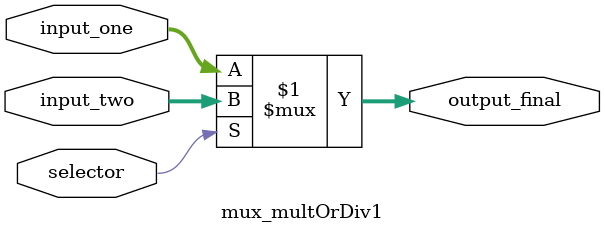
<source format=v>
  module mux_multOrDiv1 (
  input wire         selector,
  input wire  [31:0] input_one,
  input wire  [31:0] input_two,
  output wire [31:0] output_final
);

  assign output_final = (selector) ? input_two : input_one;

  endmodule
</source>
